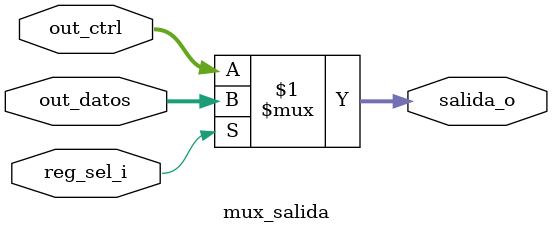
<source format=sv>
`timescale 1ns / 1ps

module mux_salida (                               
    input    logic  [ 31 : 0 ]     out_ctrl,          // primera entrada del mux   
    input    logic  [ 31 : 0 ]     out_datos,         // segunda entrada del mux
    input    logic                 reg_sel_i,         // selector del mux
    output   logic  [ 31 : 0 ]     salida_o);         // salida del mux

//Implementa el funcionamiento del mux
    assign salida_o = reg_sel_i ? out_datos : out_ctrl;
    
endmodule

</source>
